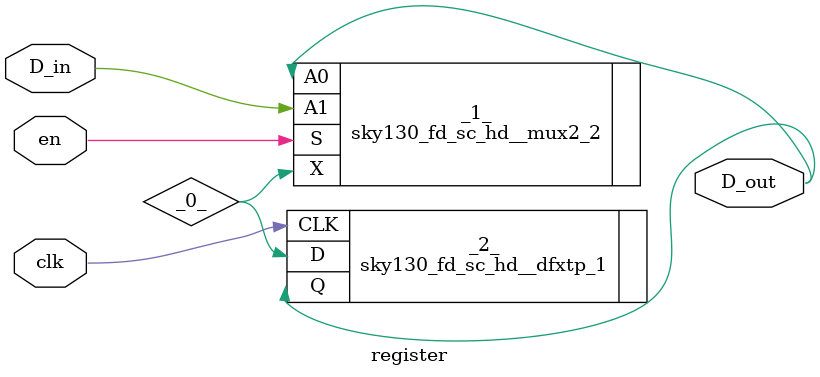
<source format=v>
/* Generated by Yosys 0.7 (git sha1 61f6811, gcc 6.2.0-11ubuntu1 -O2 -fdebug-prefix-map=/build/yosys-OIL3SR/yosys-0.7=. -fstack-protector-strong -fPIC -Os) */

module register(clk, en, D_in, D_out);
  wire _0_;
  input D_in;
  output D_out;
  input clk;
  input en;
  sky130_fd_sc_hd__mux2_2 _1_ (
    .A0(D_out),
    .A1(D_in),
    .S(en),
    .X(_0_)
  );
  sky130_fd_sc_hd__dfxtp_1 _2_ (
    .CLK(clk),
    .D(_0_),
    .Q(D_out)
  );
endmodule

</source>
